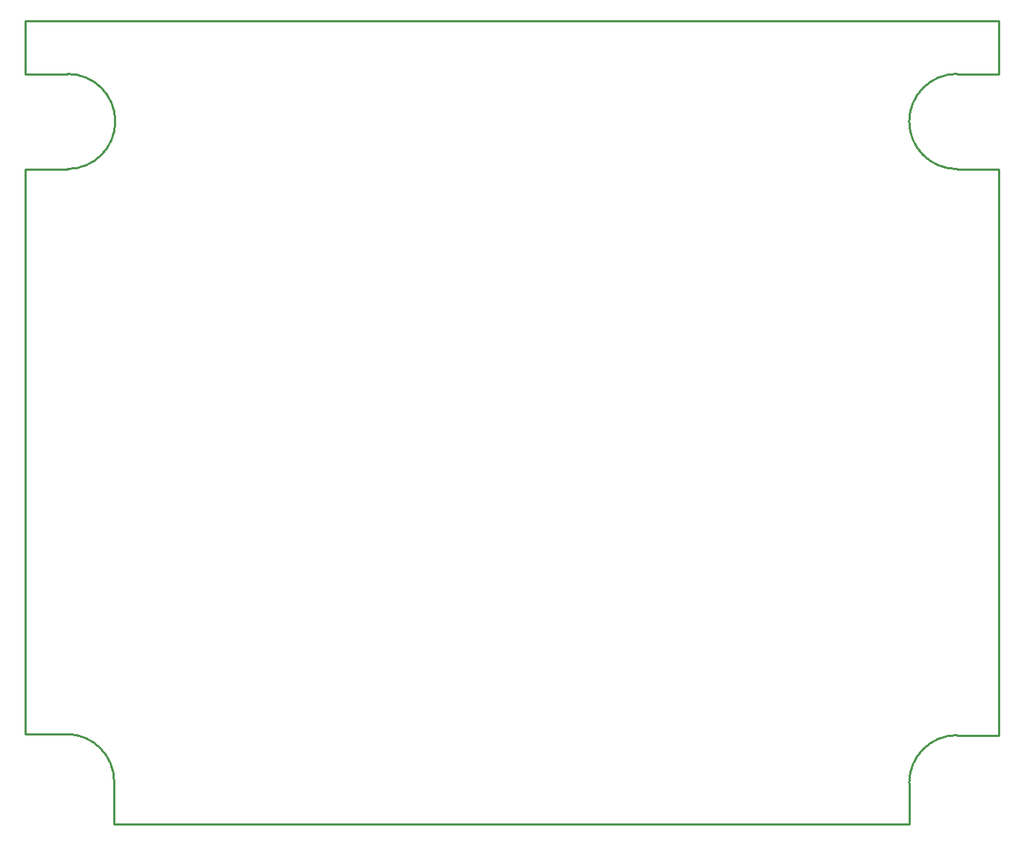
<source format=gm1>
%FSLAX24Y24*%
%MOIN*%
G70*
G01*
G75*
G04 Layer_Color=16711935*
%ADD10R,0.0236X0.0335*%
%ADD11R,0.1100X0.0290*%
%ADD12R,0.0591X0.0512*%
%ADD13R,0.0630X0.0512*%
%ADD14R,0.0512X0.0591*%
%ADD15O,0.0630X0.0236*%
%ADD16R,0.0550X0.1181*%
%ADD17C,0.0100*%
%ADD18C,0.0500*%
%ADD19C,0.0787*%
%ADD20O,0.0866X0.1102*%
%ADD21C,0.0669*%
G04:AMPARAMS|DCode=22|XSize=66.9mil|YSize=66.9mil|CornerRadius=8.4mil|HoleSize=0mil|Usage=FLASHONLY|Rotation=180.000|XOffset=0mil|YOffset=0mil|HoleType=Round|Shape=RoundedRectangle|*
%AMROUNDEDRECTD22*
21,1,0.0669,0.0502,0,0,180.0*
21,1,0.0502,0.0669,0,0,180.0*
1,1,0.0167,-0.0251,0.0251*
1,1,0.0167,0.0251,0.0251*
1,1,0.0167,0.0251,-0.0251*
1,1,0.0167,-0.0251,-0.0251*
%
%ADD22ROUNDEDRECTD22*%
%ADD23C,0.1000*%
%ADD24C,0.2500*%
G04:AMPARAMS|DCode=25|XSize=75mil|YSize=75mil|CornerRadius=9.4mil|HoleSize=0mil|Usage=FLASHONLY|Rotation=0.000|XOffset=0mil|YOffset=0mil|HoleType=Round|Shape=RoundedRectangle|*
%AMROUNDEDRECTD25*
21,1,0.0750,0.0563,0,0,0.0*
21,1,0.0563,0.0750,0,0,0.0*
1,1,0.0188,0.0281,-0.0281*
1,1,0.0188,-0.0281,-0.0281*
1,1,0.0188,-0.0281,0.0281*
1,1,0.0188,0.0281,0.0281*
%
%ADD25ROUNDEDRECTD25*%
%ADD26C,0.0750*%
G04:AMPARAMS|DCode=27|XSize=110mil|YSize=110mil|CornerRadius=13.8mil|HoleSize=0mil|Usage=FLASHONLY|Rotation=90.000|XOffset=0mil|YOffset=0mil|HoleType=Round|Shape=RoundedRectangle|*
%AMROUNDEDRECTD27*
21,1,0.1100,0.0825,0,0,90.0*
21,1,0.0825,0.1100,0,0,90.0*
1,1,0.0275,0.0413,0.0413*
1,1,0.0275,0.0413,-0.0413*
1,1,0.0275,-0.0413,-0.0413*
1,1,0.0275,-0.0413,0.0413*
%
%ADD27ROUNDEDRECTD27*%
%ADD28C,0.1100*%
%ADD29O,0.0850X0.1000*%
G04:AMPARAMS|DCode=30|XSize=110mil|YSize=110mil|CornerRadius=13.8mil|HoleSize=0mil|Usage=FLASHONLY|Rotation=180.000|XOffset=0mil|YOffset=0mil|HoleType=Round|Shape=RoundedRectangle|*
%AMROUNDEDRECTD30*
21,1,0.1100,0.0825,0,0,180.0*
21,1,0.0825,0.1100,0,0,180.0*
1,1,0.0275,-0.0413,0.0413*
1,1,0.0275,0.0413,0.0413*
1,1,0.0275,0.0413,-0.0413*
1,1,0.0275,-0.0413,-0.0413*
%
%ADD30ROUNDEDRECTD30*%
%ADD31C,0.1300*%
%ADD32C,0.0551*%
%ADD33C,0.0591*%
%ADD34R,0.0591X0.0591*%
%ADD35C,0.0500*%
%ADD36C,0.0098*%
%ADD37C,0.0050*%
%ADD38C,0.0079*%
%ADD39C,0.0060*%
%ADD40C,0.0010*%
%ADD41C,0.0080*%
%ADD42R,0.0457X0.0189*%
%ADD43R,0.0457X0.0189*%
%ADD44R,0.0316X0.0415*%
%ADD45R,0.1180X0.0370*%
%ADD46R,0.0671X0.0592*%
%ADD47R,0.0710X0.0592*%
%ADD48R,0.0592X0.0671*%
%ADD49O,0.0710X0.0316*%
%ADD50R,0.0630X0.1261*%
%ADD51C,0.0867*%
%ADD52O,0.0946X0.1182*%
%ADD53C,0.0749*%
G04:AMPARAMS|DCode=54|XSize=74.9mil|YSize=74.9mil|CornerRadius=12.4mil|HoleSize=0mil|Usage=FLASHONLY|Rotation=180.000|XOffset=0mil|YOffset=0mil|HoleType=Round|Shape=RoundedRectangle|*
%AMROUNDEDRECTD54*
21,1,0.0749,0.0502,0,0,180.0*
21,1,0.0502,0.0749,0,0,180.0*
1,1,0.0247,-0.0251,0.0251*
1,1,0.0247,0.0251,0.0251*
1,1,0.0247,0.0251,-0.0251*
1,1,0.0247,-0.0251,-0.0251*
%
%ADD54ROUNDEDRECTD54*%
%ADD55C,0.1080*%
%ADD56C,0.2580*%
G04:AMPARAMS|DCode=57|XSize=83mil|YSize=83mil|CornerRadius=13.4mil|HoleSize=0mil|Usage=FLASHONLY|Rotation=0.000|XOffset=0mil|YOffset=0mil|HoleType=Round|Shape=RoundedRectangle|*
%AMROUNDEDRECTD57*
21,1,0.0830,0.0563,0,0,0.0*
21,1,0.0563,0.0830,0,0,0.0*
1,1,0.0268,0.0281,-0.0281*
1,1,0.0268,-0.0281,-0.0281*
1,1,0.0268,-0.0281,0.0281*
1,1,0.0268,0.0281,0.0281*
%
%ADD57ROUNDEDRECTD57*%
%ADD58C,0.0830*%
G04:AMPARAMS|DCode=59|XSize=118mil|YSize=118mil|CornerRadius=17.8mil|HoleSize=0mil|Usage=FLASHONLY|Rotation=90.000|XOffset=0mil|YOffset=0mil|HoleType=Round|Shape=RoundedRectangle|*
%AMROUNDEDRECTD59*
21,1,0.1180,0.0825,0,0,90.0*
21,1,0.0825,0.1180,0,0,90.0*
1,1,0.0355,0.0413,0.0413*
1,1,0.0355,0.0413,-0.0413*
1,1,0.0355,-0.0413,-0.0413*
1,1,0.0355,-0.0413,0.0413*
%
%ADD59ROUNDEDRECTD59*%
%ADD60C,0.1180*%
%ADD61O,0.0930X0.1080*%
G04:AMPARAMS|DCode=62|XSize=118mil|YSize=118mil|CornerRadius=17.8mil|HoleSize=0mil|Usage=FLASHONLY|Rotation=180.000|XOffset=0mil|YOffset=0mil|HoleType=Round|Shape=RoundedRectangle|*
%AMROUNDEDRECTD62*
21,1,0.1180,0.0825,0,0,180.0*
21,1,0.0825,0.1180,0,0,180.0*
1,1,0.0355,-0.0413,0.0413*
1,1,0.0355,0.0413,0.0413*
1,1,0.0355,0.0413,-0.0413*
1,1,0.0355,-0.0413,-0.0413*
%
%ADD62ROUNDEDRECTD62*%
%ADD63C,0.1380*%
%ADD64C,0.0631*%
%ADD65C,0.0671*%
%ADD66R,0.0671X0.0671*%
%ADD67C,0.0580*%
D17*
X4050Y2050D02*
G03*
X1850Y4250I-2200J0D01*
G01*
X43000Y4200D02*
G03*
X40800Y2000I0J-2200D01*
G01*
Y32600D02*
G03*
X43000Y30400I2200J0D01*
G01*
Y34800D02*
G03*
X40800Y32600I0J-2200D01*
G01*
X1900Y30400D02*
G03*
X4100Y32600I0J2200D01*
G01*
D02*
G03*
X1900Y34800I-2200J0D01*
G01*
X-50D02*
Y37250D01*
Y34800D02*
X1900D01*
X-50Y37250D02*
X44950D01*
Y34800D02*
Y37250D01*
X43000Y34800D02*
X44950D01*
X-50Y4250D02*
Y30400D01*
X4050Y100D02*
Y2050D01*
X-50Y4250D02*
X1850D01*
X4050Y100D02*
X40800D01*
Y2000D01*
X43000Y4200D02*
X44950D01*
Y30400D01*
X43000D02*
X44950D01*
X-50D02*
X1900D01*
M02*

</source>
